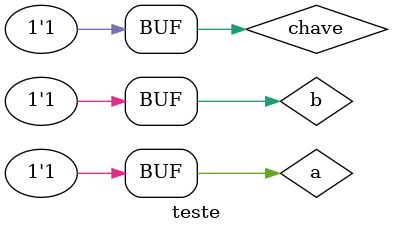
<source format=v>


module LU (output s, input a,input b, input chave);

wire tmp1,tmp2,notchave,tmp3,tmp4;
and AND1(tmp1,a,b);
or OR1(tmp2,a,b);
nand NAND1 (tmp3,a,b);
nor NOR1 (tmp4,a,b);
not NOT1(notchave,chave);
// parte do mux
and AND2(tmp5,tmp1,tmp2,notchave);
and AND3(tmp6,tmp3,tmp4,chave);
// parte da saida
or OR2 (s,tmp5,tmp6);

endmodule

module teste;
       reg a;
		 reg b;
       reg chave;
       wire s;

       LU test(s,a,b,chave);


initial begin:main 

$display("Exemplo0033 - Rafael Tadeu - 451609"); 
$display("Test exercicio02's module"); 

a=0;	b=0; chave=0;
$display("\nchave = 0 (operacao and) chave = 1 (operacao or)");

 #1 $monitor("a = %b  b = %b chave = %b saida = %b",a,b,chave, s);
#1a=0;	b=0; chave=0;
#1a=0;	b=0; chave=1;
#1a=0;	b=1; chave=0;
#1a=0;	b=1; chave=1;
#1a=1;	b=0; chave=0;
#1a=1;	b=0; chave=1;
#1a=1;	b=1; chave=0;
#1a=1;	b=1; chave=1;




end 
endmodule // test_f4 
</source>
